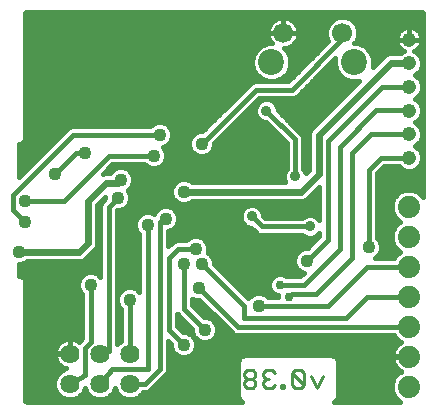
<source format=gbl>
G75*
G70*
%OFA0B0*%
%FSLAX24Y24*%
%IPPOS*%
%LPD*%
%AMOC8*
5,1,8,0,0,1.08239X$1,22.5*
%
%ADD10C,0.0110*%
%ADD11C,0.0640*%
%ADD12C,0.0740*%
%ADD13C,0.0866*%
%ADD14C,0.0669*%
%ADD15C,0.0476*%
%ADD16C,0.0160*%
%ADD17C,0.0436*%
%ADD18C,0.0350*%
%ADD19C,0.0300*%
%ADD20C,0.0240*%
D10*
X013395Y000966D02*
X013494Y000868D01*
X013691Y000868D01*
X013789Y000966D01*
X013789Y001064D01*
X013691Y001163D01*
X013494Y001163D01*
X013395Y001064D01*
X013395Y000966D01*
X013494Y001163D02*
X013395Y001261D01*
X013395Y001360D01*
X013494Y001458D01*
X013691Y001458D01*
X013789Y001360D01*
X013789Y001261D01*
X013691Y001163D01*
X014040Y001261D02*
X014040Y001360D01*
X014138Y001458D01*
X014335Y001458D01*
X014434Y001360D01*
X014237Y001163D02*
X014138Y001163D01*
X014040Y001064D01*
X014040Y000966D01*
X014138Y000868D01*
X014335Y000868D01*
X014434Y000966D01*
X014657Y000966D02*
X014657Y000868D01*
X014756Y000868D01*
X014756Y000966D01*
X014657Y000966D01*
X015007Y000966D02*
X015105Y000868D01*
X015302Y000868D01*
X015400Y000966D01*
X015007Y001360D01*
X015007Y000966D01*
X015400Y000966D02*
X015400Y001360D01*
X015302Y001458D01*
X015105Y001458D01*
X015007Y001360D01*
X015651Y001261D02*
X015848Y000868D01*
X016045Y001261D01*
X014138Y001163D02*
X014040Y001261D01*
D11*
X009600Y001001D03*
X008600Y001001D03*
X007600Y001001D03*
X007600Y002001D03*
X008600Y002001D03*
X009600Y002001D03*
D12*
X018900Y001901D03*
X018900Y002901D03*
X018900Y003901D03*
X018900Y004901D03*
X018900Y005901D03*
X018900Y006901D03*
X018900Y000901D03*
D13*
X017078Y011716D03*
X014322Y011716D03*
D14*
X014716Y012701D03*
X016684Y012701D03*
D15*
X018906Y012469D03*
X018906Y011682D03*
X018906Y010894D03*
X018906Y010107D03*
X018906Y009320D03*
X018906Y008532D03*
D16*
X006100Y004483D02*
X006100Y000483D01*
X006102Y000467D01*
X006114Y000437D01*
X006137Y000415D01*
X006167Y000402D01*
X006183Y000401D01*
X013327Y000401D01*
X013320Y000404D01*
X013301Y000416D01*
X013284Y000430D01*
X013268Y000446D01*
X013254Y000463D01*
X013242Y000482D01*
X013232Y000503D01*
X013225Y000524D01*
X013220Y000546D01*
X013217Y000568D01*
X013217Y001757D01*
X013220Y001780D01*
X013225Y001801D01*
X013232Y001823D01*
X013242Y001843D01*
X013254Y001862D01*
X013268Y001879D01*
X013284Y001895D01*
X013301Y001909D01*
X013320Y001921D01*
X013341Y001931D01*
X013362Y001938D01*
X013384Y001943D01*
X013406Y001946D01*
X016345Y001946D01*
X016367Y001943D01*
X016389Y001938D01*
X016410Y001931D01*
X016430Y001921D01*
X016449Y001909D01*
X016467Y001895D01*
X016483Y001879D01*
X016497Y001862D01*
X016509Y001843D01*
X016518Y001823D01*
X016526Y001801D01*
X016531Y001780D01*
X016533Y001757D01*
X016533Y000568D01*
X016531Y000546D01*
X016526Y000524D01*
X016518Y000503D01*
X016509Y000482D01*
X016497Y000463D01*
X016483Y000446D01*
X016467Y000430D01*
X016449Y000416D01*
X016430Y000404D01*
X016423Y000401D01*
X018618Y000401D01*
X018577Y000417D01*
X018417Y000578D01*
X018330Y000787D01*
X018330Y001014D01*
X018417Y001224D01*
X018577Y001384D01*
X018646Y001413D01*
X018612Y001430D01*
X018542Y001481D01*
X018480Y001542D01*
X018430Y001612D01*
X018390Y001690D01*
X018364Y001772D01*
X018350Y001857D01*
X018350Y001881D01*
X018880Y001881D01*
X018880Y001921D01*
X018350Y001921D01*
X018350Y001944D01*
X018364Y002029D01*
X018390Y002112D01*
X018430Y002189D01*
X018480Y002259D01*
X018542Y002320D01*
X018612Y002371D01*
X018646Y002389D01*
X018577Y002417D01*
X018417Y002578D01*
X018399Y002621D01*
X013144Y002621D01*
X013041Y002663D01*
X012963Y002742D01*
X012963Y002742D01*
X011922Y003783D01*
X011817Y003783D01*
X011680Y003839D01*
X011680Y003617D01*
X012078Y003219D01*
X012183Y003219D01*
X012337Y003155D01*
X012454Y003037D01*
X012518Y002884D01*
X012518Y002717D01*
X012454Y002564D01*
X012337Y002446D01*
X012183Y002383D01*
X012017Y002383D01*
X011863Y002446D01*
X011746Y002564D01*
X011682Y002717D01*
X011682Y002823D01*
X011180Y003325D01*
X011180Y002917D01*
X011378Y002719D01*
X011483Y002719D01*
X011637Y002655D01*
X011754Y002537D01*
X011818Y002384D01*
X011818Y002217D01*
X011754Y002064D01*
X011637Y001946D01*
X011483Y001883D01*
X011317Y001883D01*
X011163Y001946D01*
X011046Y002064D01*
X010982Y002217D01*
X010982Y002323D01*
X010880Y002425D01*
X010880Y001445D01*
X010837Y001342D01*
X010337Y000842D01*
X010259Y000763D01*
X010156Y000721D01*
X010047Y000721D01*
X010041Y000706D01*
X009895Y000560D01*
X009703Y000481D01*
X009497Y000481D01*
X009305Y000560D01*
X009159Y000706D01*
X009100Y000849D01*
X009041Y000706D01*
X008895Y000560D01*
X008703Y000481D01*
X008497Y000481D01*
X008305Y000560D01*
X008159Y000706D01*
X008100Y000849D01*
X008041Y000706D01*
X007895Y000560D01*
X007703Y000481D01*
X007497Y000481D01*
X007305Y000560D01*
X007159Y000706D01*
X007080Y000897D01*
X007080Y001104D01*
X007159Y001295D01*
X007305Y001441D01*
X007480Y001514D01*
X007408Y001537D01*
X007338Y001573D01*
X007274Y001619D01*
X007219Y001675D01*
X007172Y001739D01*
X007137Y001809D01*
X007112Y001884D01*
X007100Y001961D01*
X007100Y001992D01*
X007591Y001992D01*
X007591Y002009D01*
X007100Y002009D01*
X007100Y002040D01*
X007112Y002118D01*
X007137Y002193D01*
X007172Y002263D01*
X007219Y002326D01*
X007274Y002382D01*
X007338Y002428D01*
X007408Y002464D01*
X007483Y002488D01*
X007561Y002501D01*
X007591Y002501D01*
X007591Y002009D01*
X007609Y002009D01*
X007609Y002501D01*
X007639Y002501D01*
X007717Y002488D01*
X007792Y002464D01*
X007862Y002428D01*
X007902Y002399D01*
X007941Y002438D01*
X008020Y002517D01*
X006100Y002517D01*
X006100Y002675D02*
X008020Y002675D01*
X008020Y002517D02*
X008020Y003989D01*
X007946Y004064D01*
X007882Y004217D01*
X007882Y004384D01*
X007946Y004537D01*
X008063Y004655D01*
X008217Y004719D01*
X008383Y004719D01*
X008537Y004655D01*
X008620Y004572D01*
X008620Y006956D01*
X008663Y007059D01*
X008741Y007138D01*
X008782Y007178D01*
X008782Y007230D01*
X008520Y006968D01*
X008520Y005637D01*
X008471Y005519D01*
X008381Y005429D01*
X008081Y005129D01*
X007964Y005081D01*
X006171Y005081D01*
X006137Y005046D01*
X005983Y004983D01*
X005900Y004983D01*
X005900Y004601D01*
X005983Y004601D01*
X006100Y004483D01*
X006100Y004419D02*
X007896Y004419D01*
X007882Y004260D02*
X006100Y004260D01*
X006100Y004102D02*
X007930Y004102D01*
X008020Y003943D02*
X006100Y003943D01*
X006100Y003785D02*
X008020Y003785D01*
X008020Y003626D02*
X006100Y003626D01*
X006100Y003468D02*
X008020Y003468D01*
X008020Y003309D02*
X006100Y003309D01*
X006100Y003151D02*
X008020Y003151D01*
X008020Y002992D02*
X006100Y002992D01*
X006100Y002834D02*
X008020Y002834D01*
X008300Y002401D02*
X008100Y002201D01*
X008100Y001301D01*
X007600Y001001D01*
X007949Y000615D02*
X008251Y000615D01*
X008131Y000773D02*
X008069Y000773D01*
X008600Y001001D02*
X009000Y001501D01*
X010200Y001501D01*
X010200Y006301D01*
X009782Y006321D02*
X009180Y006321D01*
X009180Y006479D02*
X009821Y006479D01*
X009846Y006537D02*
X009782Y006384D01*
X009782Y006217D01*
X009846Y006064D01*
X009920Y005989D01*
X009920Y004072D01*
X009837Y004155D01*
X009683Y004219D01*
X009517Y004219D01*
X009363Y004155D01*
X009246Y004037D01*
X009182Y003884D01*
X009182Y003717D01*
X009246Y003564D01*
X009320Y003489D01*
X009320Y002447D01*
X009305Y002441D01*
X009180Y002316D01*
X009180Y006783D01*
X009283Y006783D01*
X009437Y006846D01*
X009554Y006964D01*
X009618Y007117D01*
X009618Y007284D01*
X009554Y007437D01*
X009541Y007451D01*
X009654Y007564D01*
X009718Y007717D01*
X009718Y007884D01*
X009654Y008037D01*
X009537Y008155D01*
X009383Y008219D01*
X009217Y008219D01*
X009063Y008155D01*
X008946Y008037D01*
X008939Y008021D01*
X008736Y008021D01*
X008702Y008006D01*
X009016Y008321D01*
X010089Y008321D01*
X010163Y008246D01*
X010317Y008183D01*
X010483Y008183D01*
X010637Y008246D01*
X010754Y008364D01*
X010818Y008517D01*
X010818Y008684D01*
X010754Y008837D01*
X010702Y008890D01*
X010837Y008946D01*
X010954Y009064D01*
X011018Y009217D01*
X011018Y009384D01*
X010954Y009537D01*
X010837Y009655D01*
X010683Y009719D01*
X010517Y009719D01*
X010363Y009655D01*
X010289Y009581D01*
X007644Y009581D01*
X007541Y009538D01*
X007463Y009459D01*
X005900Y007897D01*
X005900Y009001D01*
X005983Y009001D01*
X006100Y009118D01*
X006100Y013317D01*
X006102Y013332D01*
X006113Y013361D01*
X006136Y013383D01*
X006164Y013395D01*
X006180Y013397D01*
X019311Y013397D01*
X019326Y013395D01*
X019353Y013379D01*
X019368Y013353D01*
X019370Y013337D01*
X019370Y007237D01*
X019223Y007384D01*
X019013Y007471D01*
X018787Y007471D01*
X018577Y007384D01*
X018417Y007224D01*
X018330Y007014D01*
X018330Y006787D01*
X018417Y006578D01*
X018577Y006417D01*
X018618Y006401D01*
X018577Y006384D01*
X018417Y006224D01*
X018330Y006014D01*
X018330Y005787D01*
X018417Y005578D01*
X018577Y005417D01*
X018618Y005401D01*
X018577Y005384D01*
X018417Y005224D01*
X018399Y005181D01*
X017768Y005181D01*
X017801Y005194D01*
X017918Y005312D01*
X017982Y005465D01*
X017982Y005632D01*
X017918Y005785D01*
X017844Y005860D01*
X017844Y008009D01*
X018087Y008252D01*
X018567Y008252D01*
X018658Y008161D01*
X018819Y008094D01*
X018993Y008094D01*
X019154Y008161D01*
X019278Y008284D01*
X019344Y008445D01*
X019344Y008619D01*
X019278Y008780D01*
X019154Y008904D01*
X019101Y008926D01*
X019154Y008948D01*
X019278Y009071D01*
X019344Y009232D01*
X019344Y009407D01*
X019278Y009568D01*
X019154Y009691D01*
X019101Y009713D01*
X019154Y009736D01*
X019278Y009859D01*
X019344Y010020D01*
X019344Y010194D01*
X019278Y010355D01*
X019154Y010478D01*
X019101Y010501D01*
X019154Y010523D01*
X019278Y010646D01*
X019344Y010807D01*
X019344Y010981D01*
X019278Y011143D01*
X019154Y011266D01*
X019101Y011288D01*
X019154Y011310D01*
X019278Y011434D01*
X019344Y011595D01*
X019344Y011769D01*
X019278Y011930D01*
X019154Y012053D01*
X019075Y012086D01*
X019125Y012112D01*
X019179Y012150D01*
X019225Y012197D01*
X019264Y012250D01*
X019294Y012309D01*
X019314Y012371D01*
X019324Y012436D01*
X019324Y012469D01*
X018906Y012469D01*
X018488Y012469D01*
X018488Y012436D01*
X018498Y012371D01*
X018519Y012309D01*
X018549Y012250D01*
X018587Y012197D01*
X018634Y012150D01*
X018687Y012112D01*
X018737Y012086D01*
X018658Y012053D01*
X018626Y012021D01*
X018236Y012021D01*
X018119Y011972D01*
X018029Y011882D01*
X017692Y011546D01*
X017711Y011590D01*
X017711Y011842D01*
X017615Y012075D01*
X017437Y012253D01*
X017204Y012349D01*
X017089Y012349D01*
X017138Y012398D01*
X017219Y012594D01*
X017219Y012807D01*
X017138Y013003D01*
X016987Y013154D01*
X016791Y013235D01*
X016578Y013235D01*
X016381Y013154D01*
X016231Y013003D01*
X016150Y012807D01*
X016150Y012594D01*
X016222Y012419D01*
X014884Y011081D01*
X013744Y011081D01*
X013641Y011038D01*
X013563Y010959D01*
X012022Y009419D01*
X011917Y009419D01*
X011763Y009355D01*
X011646Y009237D01*
X011582Y009084D01*
X011582Y008917D01*
X011646Y008764D01*
X011763Y008646D01*
X011917Y008583D01*
X012083Y008583D01*
X012237Y008646D01*
X012354Y008764D01*
X012418Y008917D01*
X012418Y009023D01*
X013916Y010521D01*
X015056Y010521D01*
X015159Y010563D01*
X016450Y011855D01*
X016445Y011842D01*
X016445Y011590D01*
X016541Y011358D01*
X016719Y011180D01*
X016952Y011083D01*
X017204Y011083D01*
X017249Y011102D01*
X015629Y009482D01*
X015580Y009364D01*
X015580Y008133D01*
X015472Y008025D01*
X015426Y008137D01*
X015388Y008175D01*
X015388Y009204D01*
X015345Y009307D01*
X014531Y010122D01*
X014531Y010175D01*
X014474Y010313D01*
X014368Y010419D01*
X014231Y010476D01*
X014081Y010476D01*
X013944Y010419D01*
X013838Y010313D01*
X013781Y010175D01*
X013781Y010026D01*
X013838Y009888D01*
X013944Y009783D01*
X014081Y009726D01*
X014135Y009726D01*
X014828Y009033D01*
X014828Y008175D01*
X014790Y008137D01*
X014733Y007999D01*
X014733Y007850D01*
X014787Y007721D01*
X011671Y007721D01*
X011637Y007755D01*
X011483Y007819D01*
X011317Y007819D01*
X011163Y007755D01*
X011046Y007637D01*
X010982Y007484D01*
X010982Y007317D01*
X011046Y007164D01*
X011163Y007046D01*
X011317Y006983D01*
X011483Y006983D01*
X011637Y007046D01*
X011671Y007081D01*
X015364Y007081D01*
X015481Y007129D01*
X015920Y007568D01*
X015920Y006459D01*
X015816Y006563D01*
X015679Y006620D01*
X015529Y006620D01*
X015392Y006563D01*
X015354Y006525D01*
X014120Y006525D01*
X014043Y006602D01*
X014043Y006655D01*
X013986Y006793D01*
X013880Y006899D01*
X013743Y006956D01*
X013593Y006956D01*
X013456Y006899D01*
X013350Y006793D01*
X013293Y006655D01*
X013293Y006506D01*
X013350Y006368D01*
X013456Y006263D01*
X013593Y006206D01*
X013647Y006206D01*
X013767Y006086D01*
X013845Y006007D01*
X013948Y005965D01*
X015354Y005965D01*
X015392Y005927D01*
X015529Y005870D01*
X015679Y005870D01*
X015816Y005927D01*
X015920Y006030D01*
X015920Y005917D01*
X015522Y005519D01*
X015417Y005519D01*
X015263Y005455D01*
X015146Y005337D01*
X015082Y005184D01*
X015082Y005017D01*
X015146Y004864D01*
X015263Y004746D01*
X015395Y004692D01*
X015284Y004581D01*
X014815Y004581D01*
X014798Y004597D01*
X014670Y004651D01*
X014530Y004651D01*
X014402Y004597D01*
X014303Y004499D01*
X014250Y004370D01*
X014250Y004231D01*
X014303Y004102D01*
X014402Y004004D01*
X014530Y003951D01*
X014550Y003951D01*
X014550Y003881D01*
X014211Y003881D01*
X014137Y003955D01*
X013983Y004019D01*
X013817Y004019D01*
X013663Y003955D01*
X013552Y003844D01*
X012418Y004978D01*
X012418Y005084D01*
X012354Y005237D01*
X012237Y005355D01*
X012199Y005371D01*
X012218Y005417D01*
X012218Y005584D01*
X012154Y005737D01*
X012037Y005855D01*
X011883Y005919D01*
X011717Y005919D01*
X011563Y005855D01*
X011489Y005781D01*
X011144Y005781D01*
X011041Y005738D01*
X010880Y005577D01*
X010880Y006083D01*
X010883Y006083D01*
X011037Y006146D01*
X011154Y006264D01*
X011218Y006417D01*
X011218Y006584D01*
X011154Y006737D01*
X011037Y006855D01*
X010883Y006919D01*
X010717Y006919D01*
X010563Y006855D01*
X010446Y006737D01*
X010415Y006664D01*
X010283Y006719D01*
X010117Y006719D01*
X009963Y006655D01*
X009846Y006537D01*
X009946Y006638D02*
X009180Y006638D01*
X009316Y006796D02*
X010504Y006796D01*
X010600Y006401D02*
X010800Y006501D01*
X010600Y006401D02*
X010600Y001501D01*
X010100Y001001D01*
X009600Y001001D01*
X009949Y000615D02*
X013217Y000615D01*
X013217Y000773D02*
X010269Y000773D01*
X010427Y000932D02*
X013217Y000932D01*
X013217Y001090D02*
X010586Y001090D01*
X010744Y001249D02*
X013217Y001249D01*
X013217Y001407D02*
X010864Y001407D01*
X010880Y001566D02*
X013217Y001566D01*
X013217Y001724D02*
X010880Y001724D01*
X010880Y001883D02*
X011317Y001883D01*
X011483Y001883D02*
X013271Y001883D01*
X012407Y002517D02*
X018478Y002517D01*
X018594Y002358D02*
X011818Y002358D01*
X011811Y002200D02*
X018437Y002200D01*
X018367Y002041D02*
X011732Y002041D01*
X011400Y002301D02*
X010900Y002801D01*
X010900Y005201D01*
X011200Y005501D01*
X011800Y005501D01*
X012176Y005687D02*
X015690Y005687D01*
X015849Y005845D02*
X012047Y005845D01*
X012218Y005528D02*
X015532Y005528D01*
X015178Y005370D02*
X012202Y005370D01*
X012365Y005211D02*
X015093Y005211D01*
X015082Y005053D02*
X012418Y005053D01*
X012502Y004894D02*
X015133Y004894D01*
X015289Y004736D02*
X012661Y004736D01*
X012819Y004577D02*
X014382Y004577D01*
X014270Y004419D02*
X012978Y004419D01*
X013136Y004260D02*
X014250Y004260D01*
X014304Y004102D02*
X013295Y004102D01*
X013453Y003943D02*
X013651Y003943D01*
X013900Y003601D02*
X016200Y003601D01*
X017500Y004901D01*
X018900Y004901D01*
X018563Y005370D02*
X017942Y005370D01*
X017982Y005528D02*
X018466Y005528D01*
X018372Y005687D02*
X017959Y005687D01*
X017859Y005845D02*
X018330Y005845D01*
X018330Y006004D02*
X017844Y006004D01*
X017844Y006162D02*
X018391Y006162D01*
X018514Y006321D02*
X017844Y006321D01*
X017844Y006479D02*
X018515Y006479D01*
X018392Y006638D02*
X017844Y006638D01*
X017844Y006796D02*
X018330Y006796D01*
X018330Y006955D02*
X017844Y006955D01*
X017844Y007113D02*
X018371Y007113D01*
X018465Y007272D02*
X017844Y007272D01*
X017844Y007430D02*
X018689Y007430D01*
X019111Y007430D02*
X019370Y007430D01*
X019370Y007272D02*
X019335Y007272D01*
X019370Y007589D02*
X017844Y007589D01*
X017844Y007747D02*
X019370Y007747D01*
X019370Y007906D02*
X017844Y007906D01*
X017900Y008064D02*
X019370Y008064D01*
X019370Y008223D02*
X019216Y008223D01*
X019318Y008381D02*
X019370Y008381D01*
X019370Y008540D02*
X019344Y008540D01*
X019370Y008698D02*
X019312Y008698D01*
X019370Y008857D02*
X019201Y008857D01*
X019222Y009015D02*
X019370Y009015D01*
X019370Y009174D02*
X019320Y009174D01*
X019344Y009332D02*
X019370Y009332D01*
X019370Y009491D02*
X019310Y009491D01*
X019370Y009649D02*
X019196Y009649D01*
X019227Y009808D02*
X019370Y009808D01*
X019370Y009966D02*
X019322Y009966D01*
X019344Y010125D02*
X019370Y010125D01*
X019370Y010283D02*
X019308Y010283D01*
X019370Y010442D02*
X019191Y010442D01*
X019232Y010600D02*
X019370Y010600D01*
X019370Y010759D02*
X019324Y010759D01*
X019344Y010917D02*
X019370Y010917D01*
X019370Y011076D02*
X019305Y011076D01*
X019370Y011234D02*
X019186Y011234D01*
X019237Y011393D02*
X019370Y011393D01*
X019370Y011551D02*
X019326Y011551D01*
X019344Y011710D02*
X019370Y011710D01*
X019370Y011868D02*
X019303Y011868D01*
X019370Y012027D02*
X019181Y012027D01*
X019214Y012185D02*
X019370Y012185D01*
X019370Y012344D02*
X019305Y012344D01*
X019324Y012469D02*
X019324Y012502D01*
X019314Y012567D01*
X019294Y012630D01*
X019264Y012688D01*
X019225Y012742D01*
X019179Y012788D01*
X019125Y012827D01*
X019067Y012857D01*
X019004Y012877D01*
X018939Y012887D01*
X018906Y012887D01*
X018873Y012887D01*
X018808Y012877D01*
X018746Y012857D01*
X018687Y012827D01*
X018634Y012788D01*
X018587Y012742D01*
X018549Y012688D01*
X018519Y012630D01*
X018498Y012567D01*
X018488Y012502D01*
X018488Y012469D01*
X018906Y012469D01*
X018906Y012469D01*
X018906Y012887D01*
X018906Y012469D01*
X018906Y012469D01*
X018906Y012469D01*
X019324Y012469D01*
X019324Y012502D02*
X019370Y012502D01*
X019370Y012661D02*
X019278Y012661D01*
X019370Y012819D02*
X019136Y012819D01*
X018906Y012819D02*
X018906Y012819D01*
X018906Y012661D02*
X018906Y012661D01*
X018906Y012502D02*
X018906Y012502D01*
X018677Y012819D02*
X017214Y012819D01*
X017219Y012661D02*
X018535Y012661D01*
X018488Y012502D02*
X017181Y012502D01*
X017218Y012344D02*
X018507Y012344D01*
X018599Y012185D02*
X017504Y012185D01*
X017635Y012027D02*
X018632Y012027D01*
X018894Y011701D02*
X018894Y011694D01*
X018906Y011682D01*
X018015Y011868D02*
X017700Y011868D01*
X017711Y011710D02*
X017856Y011710D01*
X017698Y011551D02*
X017695Y011551D01*
X017222Y011076D02*
X015671Y011076D01*
X015830Y011234D02*
X016665Y011234D01*
X016527Y011393D02*
X015988Y011393D01*
X016147Y011551D02*
X016461Y011551D01*
X016445Y011710D02*
X016305Y011710D01*
X015830Y012027D02*
X014879Y012027D01*
X014859Y012075D02*
X014748Y012186D01*
X014756Y012186D01*
X014836Y012199D01*
X014913Y012224D01*
X014985Y012260D01*
X015051Y012308D01*
X015108Y012365D01*
X015156Y012431D01*
X015193Y012503D01*
X015218Y012580D01*
X015230Y012660D01*
X015230Y012701D01*
X015230Y012741D01*
X015218Y012821D01*
X015193Y012898D01*
X015156Y012970D01*
X015108Y013036D01*
X015051Y013093D01*
X014985Y013141D01*
X014913Y013178D01*
X014836Y013203D01*
X014756Y013215D01*
X014716Y013215D01*
X014716Y012701D01*
X014716Y012701D01*
X015230Y012701D01*
X014716Y012701D01*
X014716Y012701D01*
X014716Y013215D01*
X014675Y013215D01*
X014595Y013203D01*
X014518Y013178D01*
X014446Y013141D01*
X014380Y013093D01*
X014323Y013036D01*
X014276Y012970D01*
X014239Y012898D01*
X014214Y012821D01*
X014201Y012741D01*
X014201Y012701D01*
X014716Y012701D01*
X014716Y012701D01*
X014201Y012701D01*
X014201Y012660D01*
X014214Y012580D01*
X014239Y012503D01*
X014276Y012431D01*
X014323Y012365D01*
X014339Y012349D01*
X014196Y012349D01*
X013963Y012253D01*
X013785Y012075D01*
X013689Y011842D01*
X013689Y011590D01*
X013785Y011358D01*
X013963Y011180D01*
X014196Y011083D01*
X014448Y011083D01*
X014681Y011180D01*
X014859Y011358D01*
X014955Y011590D01*
X014955Y011842D01*
X014859Y012075D01*
X014749Y012185D02*
X015989Y012185D01*
X016147Y012344D02*
X015087Y012344D01*
X015192Y012502D02*
X016188Y012502D01*
X016150Y012661D02*
X015230Y012661D01*
X015218Y012819D02*
X016155Y012819D01*
X016220Y012978D02*
X015151Y012978D01*
X014992Y013136D02*
X016364Y013136D01*
X016684Y012701D02*
X016684Y012485D01*
X015000Y010801D01*
X013800Y010801D01*
X012000Y009001D01*
X011619Y009174D02*
X011000Y009174D01*
X010906Y009015D02*
X011582Y009015D01*
X011607Y008857D02*
X010735Y008857D01*
X010812Y008698D02*
X011711Y008698D01*
X012289Y008698D02*
X014828Y008698D01*
X014828Y008540D02*
X010818Y008540D01*
X010762Y008381D02*
X014828Y008381D01*
X014828Y008223D02*
X010580Y008223D01*
X010220Y008223D02*
X008918Y008223D01*
X008972Y008064D02*
X008760Y008064D01*
X008900Y008601D02*
X010400Y008601D01*
X009628Y008064D02*
X014760Y008064D01*
X014733Y007906D02*
X009709Y007906D01*
X009718Y007747D02*
X011155Y007747D01*
X011025Y007589D02*
X009665Y007589D01*
X009557Y007430D02*
X010982Y007430D01*
X011001Y007272D02*
X009618Y007272D01*
X009616Y007113D02*
X011096Y007113D01*
X011096Y006796D02*
X013353Y006796D01*
X013293Y006638D02*
X011196Y006638D01*
X011218Y006479D02*
X013304Y006479D01*
X013398Y006321D02*
X011178Y006321D01*
X011053Y006162D02*
X013690Y006162D01*
X013854Y006004D02*
X010880Y006004D01*
X010880Y005845D02*
X011553Y005845D01*
X010990Y005687D02*
X010880Y005687D01*
X009920Y005687D02*
X009180Y005687D01*
X009180Y005845D02*
X009920Y005845D01*
X009906Y006004D02*
X009180Y006004D01*
X009180Y006162D02*
X009805Y006162D01*
X009920Y005528D02*
X009180Y005528D01*
X009180Y005370D02*
X009920Y005370D01*
X009920Y005211D02*
X009180Y005211D01*
X009180Y005053D02*
X009920Y005053D01*
X009920Y004894D02*
X009180Y004894D01*
X009180Y004736D02*
X009920Y004736D01*
X009920Y004577D02*
X009180Y004577D01*
X009180Y004419D02*
X009920Y004419D01*
X009920Y004260D02*
X009180Y004260D01*
X009180Y004102D02*
X009310Y004102D01*
X009206Y003943D02*
X009180Y003943D01*
X009180Y003785D02*
X009182Y003785D01*
X009180Y003626D02*
X009220Y003626D01*
X009180Y003468D02*
X009320Y003468D01*
X009320Y003309D02*
X009180Y003309D01*
X009180Y003151D02*
X009320Y003151D01*
X009320Y002992D02*
X009180Y002992D01*
X009180Y002834D02*
X009320Y002834D01*
X009320Y002675D02*
X009180Y002675D01*
X009180Y002517D02*
X009320Y002517D01*
X009222Y002358D02*
X009180Y002358D01*
X008900Y002101D02*
X008600Y002001D01*
X008900Y002101D02*
X008900Y006901D01*
X009200Y007201D01*
X009545Y006955D02*
X013591Y006955D01*
X013745Y006955D02*
X015920Y006955D01*
X015920Y007113D02*
X015442Y007113D01*
X015624Y007272D02*
X015920Y007272D01*
X015920Y007430D02*
X015782Y007430D01*
X015920Y006796D02*
X013983Y006796D01*
X014043Y006638D02*
X015920Y006638D01*
X015920Y006479D02*
X015900Y006479D01*
X015604Y006245D02*
X014004Y006245D01*
X013668Y006581D01*
X014776Y007747D02*
X011645Y007747D01*
X012393Y008857D02*
X014828Y008857D01*
X014828Y009015D02*
X012418Y009015D01*
X012569Y009174D02*
X014687Y009174D01*
X014528Y009332D02*
X012728Y009332D01*
X012886Y009491D02*
X014370Y009491D01*
X014211Y009649D02*
X013045Y009649D01*
X013203Y009808D02*
X013919Y009808D01*
X013806Y009966D02*
X013362Y009966D01*
X013520Y010125D02*
X013781Y010125D01*
X013826Y010283D02*
X013679Y010283D01*
X013837Y010442D02*
X013999Y010442D01*
X014313Y010442D02*
X016588Y010442D01*
X016430Y010283D02*
X014486Y010283D01*
X014531Y010125D02*
X016271Y010125D01*
X016113Y009966D02*
X014686Y009966D01*
X014845Y009808D02*
X015954Y009808D01*
X015796Y009649D02*
X015003Y009649D01*
X015162Y009491D02*
X015637Y009491D01*
X015580Y009332D02*
X015320Y009332D01*
X015388Y009174D02*
X015580Y009174D01*
X015580Y009015D02*
X015388Y009015D01*
X015388Y008857D02*
X015580Y008857D01*
X015580Y008698D02*
X015388Y008698D01*
X015388Y008540D02*
X015580Y008540D01*
X015580Y008381D02*
X015388Y008381D01*
X015388Y008223D02*
X015580Y008223D01*
X015511Y008064D02*
X015456Y008064D01*
X015108Y007925D02*
X015108Y009149D01*
X014156Y010101D01*
X013204Y010600D02*
X006100Y010600D01*
X006100Y010442D02*
X013045Y010442D01*
X012887Y010283D02*
X006100Y010283D01*
X006100Y010125D02*
X012728Y010125D01*
X012570Y009966D02*
X006100Y009966D01*
X006100Y009808D02*
X012411Y009808D01*
X012253Y009649D02*
X010843Y009649D01*
X010974Y009491D02*
X012094Y009491D01*
X011740Y009332D02*
X011018Y009332D01*
X010600Y009301D02*
X007700Y009301D01*
X005700Y007301D01*
X005700Y006801D01*
X006100Y006401D01*
X006100Y007101D02*
X007400Y007101D01*
X008900Y008601D01*
X008100Y008701D02*
X007800Y008701D01*
X007100Y008001D01*
X006385Y008381D02*
X005900Y008381D01*
X005900Y008223D02*
X006226Y008223D01*
X006068Y008064D02*
X005900Y008064D01*
X005900Y007906D02*
X005909Y007906D01*
X005900Y008540D02*
X006543Y008540D01*
X006702Y008698D02*
X005900Y008698D01*
X005900Y008857D02*
X006860Y008857D01*
X007019Y009015D02*
X005997Y009015D01*
X006100Y009174D02*
X007177Y009174D01*
X007336Y009332D02*
X006100Y009332D01*
X006100Y009491D02*
X007494Y009491D01*
X006100Y009649D02*
X010357Y009649D01*
X013362Y010759D02*
X006100Y010759D01*
X006100Y010917D02*
X013521Y010917D01*
X013732Y011076D02*
X006100Y011076D01*
X006100Y011234D02*
X013909Y011234D01*
X013771Y011393D02*
X006100Y011393D01*
X006100Y011551D02*
X013705Y011551D01*
X013689Y011710D02*
X006100Y011710D01*
X006100Y011868D02*
X013700Y011868D01*
X013765Y012027D02*
X006100Y012027D01*
X006100Y012185D02*
X013896Y012185D01*
X014182Y012344D02*
X006100Y012344D01*
X006100Y012502D02*
X014239Y012502D01*
X014201Y012661D02*
X006100Y012661D01*
X006100Y012819D02*
X014213Y012819D01*
X014281Y012978D02*
X006100Y012978D01*
X006100Y013136D02*
X014440Y013136D01*
X014716Y013136D02*
X014716Y013136D01*
X014716Y012978D02*
X014716Y012978D01*
X014716Y012819D02*
X014716Y012819D01*
X014944Y011868D02*
X015672Y011868D01*
X015513Y011710D02*
X014955Y011710D01*
X014939Y011551D02*
X015355Y011551D01*
X015196Y011393D02*
X014873Y011393D01*
X014735Y011234D02*
X015038Y011234D01*
X015513Y010917D02*
X017064Y010917D01*
X016905Y010759D02*
X015354Y010759D01*
X015196Y010600D02*
X016747Y010600D01*
X017813Y010113D02*
X018906Y010113D01*
X018906Y010107D01*
X018906Y009326D02*
X018906Y009320D01*
X018906Y009326D02*
X017625Y009326D01*
X017000Y008701D01*
X017000Y005201D01*
X015800Y004001D01*
X015000Y004001D01*
X014900Y003901D01*
X014550Y003943D02*
X014149Y003943D01*
X014600Y004301D02*
X015400Y004301D01*
X016600Y005501D01*
X016600Y008901D01*
X017813Y010113D01*
X018906Y010894D02*
X018906Y010901D01*
X018006Y010901D01*
X016200Y009094D01*
X016200Y005801D01*
X015500Y005101D01*
X015893Y006004D02*
X015920Y006004D01*
X017564Y005549D02*
X017564Y008125D01*
X017971Y008532D01*
X018906Y008532D01*
X018596Y008223D02*
X018058Y008223D01*
X017818Y005211D02*
X018412Y005211D01*
X018900Y003901D02*
X017500Y003901D01*
X016800Y003201D01*
X013400Y003201D01*
X013400Y003601D01*
X012000Y005001D01*
X011400Y005001D02*
X011400Y003501D01*
X012100Y002801D01*
X012473Y002992D02*
X012712Y002992D01*
X012554Y003151D02*
X012341Y003151D01*
X012395Y003309D02*
X011987Y003309D01*
X011829Y003468D02*
X012237Y003468D01*
X012078Y003626D02*
X011680Y003626D01*
X011680Y003785D02*
X011812Y003785D01*
X011900Y004201D02*
X013200Y002901D01*
X018900Y002901D01*
X018880Y001883D02*
X016479Y001883D01*
X016533Y001724D02*
X018379Y001724D01*
X018464Y001566D02*
X016533Y001566D01*
X016533Y001407D02*
X018633Y001407D01*
X018442Y001249D02*
X016533Y001249D01*
X016533Y001090D02*
X018362Y001090D01*
X018330Y000932D02*
X016533Y000932D01*
X016533Y000773D02*
X018336Y000773D01*
X018401Y000615D02*
X016533Y000615D01*
X016491Y000456D02*
X018538Y000456D01*
X013260Y000456D02*
X006106Y000456D01*
X006100Y000615D02*
X007251Y000615D01*
X007131Y000773D02*
X006100Y000773D01*
X006100Y000932D02*
X007080Y000932D01*
X007080Y001090D02*
X006100Y001090D01*
X006100Y001249D02*
X007140Y001249D01*
X007271Y001407D02*
X006100Y001407D01*
X006100Y001566D02*
X007352Y001566D01*
X007183Y001724D02*
X006100Y001724D01*
X006100Y001883D02*
X007113Y001883D01*
X007100Y002041D02*
X006100Y002041D01*
X006100Y002200D02*
X007140Y002200D01*
X007250Y002358D02*
X006100Y002358D01*
X007591Y002358D02*
X007609Y002358D01*
X007609Y002200D02*
X007591Y002200D01*
X007591Y002041D02*
X007609Y002041D01*
X008300Y002401D02*
X008300Y004301D01*
X008615Y004577D02*
X008620Y004577D01*
X008620Y004736D02*
X005900Y004736D01*
X005900Y004894D02*
X008620Y004894D01*
X008620Y005053D02*
X006143Y005053D01*
X006006Y004577D02*
X007985Y004577D01*
X008163Y005211D02*
X008620Y005211D01*
X008620Y005370D02*
X008322Y005370D01*
X008475Y005528D02*
X008620Y005528D01*
X008620Y005687D02*
X008520Y005687D01*
X008520Y005845D02*
X008620Y005845D01*
X008620Y006004D02*
X008520Y006004D01*
X008520Y006162D02*
X008620Y006162D01*
X008620Y006321D02*
X008520Y006321D01*
X008520Y006479D02*
X008620Y006479D01*
X008620Y006638D02*
X008520Y006638D01*
X008520Y006796D02*
X008620Y006796D01*
X008620Y006955D02*
X008520Y006955D01*
X008665Y007113D02*
X008717Y007113D01*
X009890Y004102D02*
X009920Y004102D01*
X009600Y003801D02*
X009600Y002001D01*
X010880Y002041D02*
X011068Y002041D01*
X010989Y002200D02*
X010880Y002200D01*
X010880Y002358D02*
X010946Y002358D01*
X011588Y002675D02*
X011699Y002675D01*
X011671Y002834D02*
X011263Y002834D01*
X011180Y002992D02*
X011512Y002992D01*
X011354Y003151D02*
X011180Y003151D01*
X011180Y003309D02*
X011195Y003309D01*
X012501Y002675D02*
X013029Y002675D01*
X012871Y002834D02*
X012518Y002834D01*
X011793Y002517D02*
X011763Y002517D01*
X009131Y000773D02*
X009069Y000773D01*
X008949Y000615D02*
X009251Y000615D01*
X017148Y012978D02*
X019370Y012978D01*
X019370Y013136D02*
X017005Y013136D01*
X019370Y013295D02*
X006100Y013295D01*
D17*
X010600Y009301D03*
X010400Y008601D03*
X009300Y007801D03*
X009200Y007201D03*
X010200Y006301D03*
X010800Y006501D03*
X011400Y007401D03*
X012000Y009001D03*
X008100Y008701D03*
X007100Y008001D03*
X006100Y007101D03*
X006100Y006401D03*
X005900Y005401D03*
X008300Y004301D03*
X009600Y003801D03*
X011400Y005001D03*
X012000Y005001D03*
X011800Y005501D03*
X012700Y005501D03*
X011900Y004201D03*
X013900Y003601D03*
X012100Y002801D03*
X011400Y002301D03*
X015500Y005101D03*
X017564Y005549D03*
D18*
X018300Y005389D03*
X015604Y006245D03*
X015068Y005717D03*
X013668Y006581D03*
X015108Y007925D03*
X014348Y008685D03*
X014156Y010101D03*
X018156Y007789D03*
D19*
X014600Y004301D03*
X014900Y003901D03*
D20*
X015300Y007401D02*
X011400Y007401D01*
X009300Y007801D02*
X009200Y007701D01*
X008800Y007701D01*
X008200Y007101D01*
X008200Y005701D01*
X007900Y005401D01*
X005900Y005401D01*
X015300Y007401D02*
X015900Y008001D01*
X015900Y009301D01*
X018300Y011701D01*
X018894Y011701D01*
M02*

</source>
